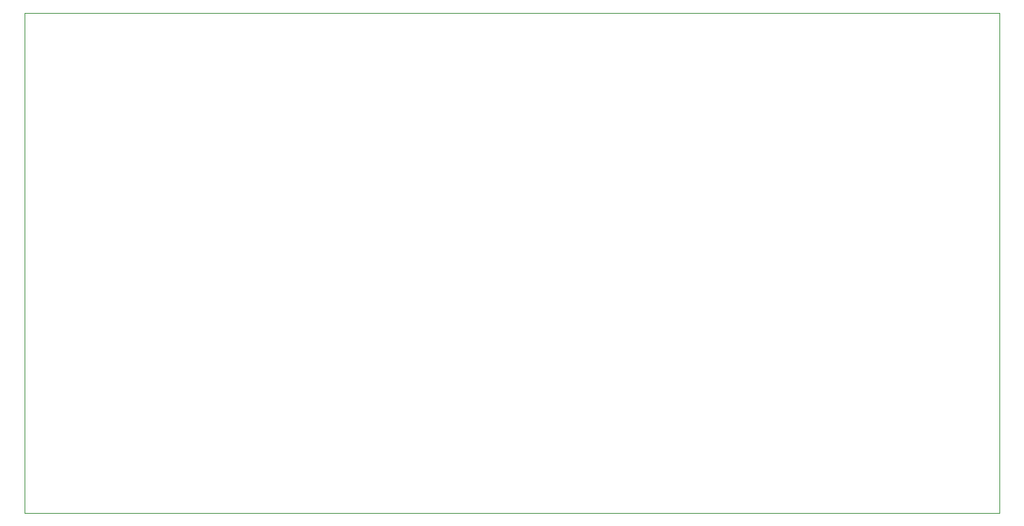
<source format=gbr>
G04 #@! TF.FileFunction,Profile,NP*
%FSLAX46Y46*%
G04 Gerber Fmt 4.6, Leading zero omitted, Abs format (unit mm)*
G04 Created by KiCad (PCBNEW 4.0.7) date Tue May  8 01:50:02 2018*
%MOMM*%
%LPD*%
G01*
G04 APERTURE LIST*
%ADD10C,0.300000*%
%ADD11C,0.100000*%
G04 APERTURE END LIST*
D10*
D11*
X218313000Y-141224000D02*
X104140000Y-141224000D01*
X218313000Y-82550000D02*
X104140000Y-82550000D01*
X104140000Y-141224000D02*
X104140000Y-82550000D01*
X218313000Y-82550000D02*
X218313000Y-141224000D01*
M02*

</source>
